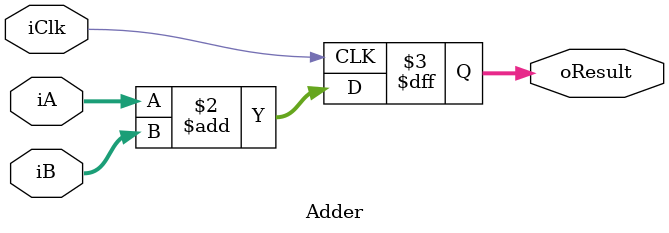
<source format=v>
/* Adder 32 bits*/

module Adder (
	input iClk,
	input [31:0] iA,
	input [31:0] iB,
	output reg [31:0] oResult
);


always @(posedge iClk)
	begin
		oResult = iA + iB;
	end
endmodule

</source>
